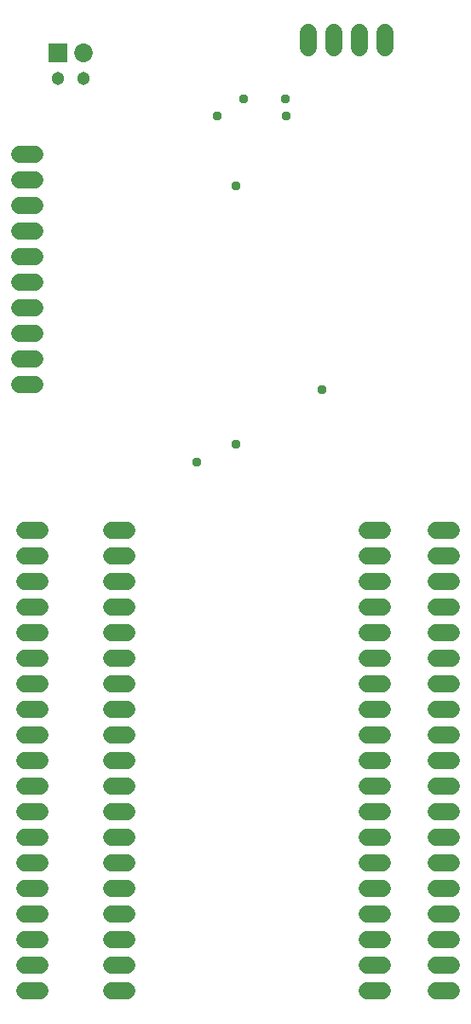
<source format=gbr>
G04 EAGLE Gerber RS-274X export*
G75*
%MOMM*%
%FSLAX34Y34*%
%LPD*%
%INSoldermask Bottom*%
%IPPOS*%
%AMOC8*
5,1,8,0,0,1.08239X$1,22.5*%
G01*
%ADD10C,1.727200*%
%ADD11R,1.853200X1.853200*%
%ADD12C,1.853200*%
%ADD13C,1.303200*%
%ADD14C,0.959600*%


D10*
X396300Y972920D02*
X396300Y957680D01*
X370900Y957680D02*
X370900Y972920D01*
X345500Y972920D02*
X345500Y957680D01*
X320100Y957680D02*
X320100Y972920D01*
D11*
X70900Y952800D03*
D12*
X96300Y952800D03*
D13*
X70900Y927400D03*
X96300Y927400D03*
D10*
X48720Y623300D02*
X33480Y623300D01*
X33480Y648700D02*
X48720Y648700D01*
X48720Y674100D02*
X33480Y674100D01*
X33480Y699500D02*
X48720Y699500D01*
X48720Y724900D02*
X33480Y724900D01*
X33480Y750300D02*
X48720Y750300D01*
X48720Y775700D02*
X33480Y775700D01*
X33480Y801100D02*
X48720Y801100D01*
X48720Y826500D02*
X33480Y826500D01*
X33480Y851900D02*
X48720Y851900D01*
X378380Y478600D02*
X393620Y478600D01*
X393620Y453200D02*
X378380Y453200D01*
X378380Y427800D02*
X393620Y427800D01*
X393620Y402400D02*
X378380Y402400D01*
X378380Y377000D02*
X393620Y377000D01*
X393620Y351600D02*
X378380Y351600D01*
X378380Y326200D02*
X393620Y326200D01*
X393620Y300800D02*
X378380Y300800D01*
X378380Y275400D02*
X393620Y275400D01*
X393620Y250000D02*
X378380Y250000D01*
X378380Y224600D02*
X393620Y224600D01*
X393620Y199200D02*
X378380Y199200D01*
X378380Y173800D02*
X393620Y173800D01*
X393620Y148400D02*
X378380Y148400D01*
X378380Y123000D02*
X393620Y123000D01*
X393620Y97600D02*
X378380Y97600D01*
X378380Y72200D02*
X393620Y72200D01*
X393620Y46800D02*
X378380Y46800D01*
X378380Y21400D02*
X393620Y21400D01*
X139620Y21400D02*
X124380Y21400D01*
X124380Y46800D02*
X139620Y46800D01*
X139620Y72200D02*
X124380Y72200D01*
X124380Y97600D02*
X139620Y97600D01*
X139620Y123000D02*
X124380Y123000D01*
X124380Y148400D02*
X139620Y148400D01*
X139620Y173800D02*
X124380Y173800D01*
X124380Y199200D02*
X139620Y199200D01*
X139620Y224600D02*
X124380Y224600D01*
X124380Y250000D02*
X139620Y250000D01*
X139620Y275400D02*
X124380Y275400D01*
X124380Y300800D02*
X139620Y300800D01*
X139620Y326200D02*
X124380Y326200D01*
X124380Y351600D02*
X139620Y351600D01*
X139620Y377000D02*
X124380Y377000D01*
X124380Y402400D02*
X139620Y402400D01*
X139620Y427800D02*
X124380Y427800D01*
X124380Y453200D02*
X139620Y453200D01*
X139620Y478600D02*
X124380Y478600D01*
X447380Y478600D02*
X462620Y478600D01*
X462620Y453200D02*
X447380Y453200D01*
X447380Y427800D02*
X462620Y427800D01*
X462620Y402400D02*
X447380Y402400D01*
X447380Y377000D02*
X462620Y377000D01*
X462620Y351600D02*
X447380Y351600D01*
X447380Y326200D02*
X462620Y326200D01*
X462620Y300800D02*
X447380Y300800D01*
X447380Y275400D02*
X462620Y275400D01*
X462620Y250000D02*
X447380Y250000D01*
X447380Y224600D02*
X462620Y224600D01*
X462620Y199200D02*
X447380Y199200D01*
X447380Y173800D02*
X462620Y173800D01*
X462620Y148400D02*
X447380Y148400D01*
X447380Y123000D02*
X462620Y123000D01*
X462620Y97600D02*
X447380Y97600D01*
X447380Y72200D02*
X462620Y72200D01*
X462620Y46800D02*
X447380Y46800D01*
X447380Y21400D02*
X462620Y21400D01*
X53620Y21400D02*
X38380Y21400D01*
X38380Y46800D02*
X53620Y46800D01*
X53620Y72200D02*
X38380Y72200D01*
X38380Y97600D02*
X53620Y97600D01*
X53620Y123000D02*
X38380Y123000D01*
X38380Y148400D02*
X53620Y148400D01*
X53620Y173800D02*
X38380Y173800D01*
X38380Y199200D02*
X53620Y199200D01*
X53620Y224600D02*
X38380Y224600D01*
X38380Y250000D02*
X53620Y250000D01*
X53620Y275400D02*
X38380Y275400D01*
X38380Y300800D02*
X53620Y300800D01*
X53620Y326200D02*
X38380Y326200D01*
X38380Y351600D02*
X53620Y351600D01*
X53620Y377000D02*
X38380Y377000D01*
X38380Y402400D02*
X53620Y402400D01*
X53620Y427800D02*
X38380Y427800D01*
X38380Y453200D02*
X53620Y453200D01*
X53620Y478600D02*
X38380Y478600D01*
D14*
X209412Y546700D03*
X248000Y821000D03*
X248000Y564000D03*
X333913Y618087D03*
X256000Y907000D03*
X297000Y907000D03*
X229294Y890294D03*
X297794Y890294D03*
M02*

</source>
